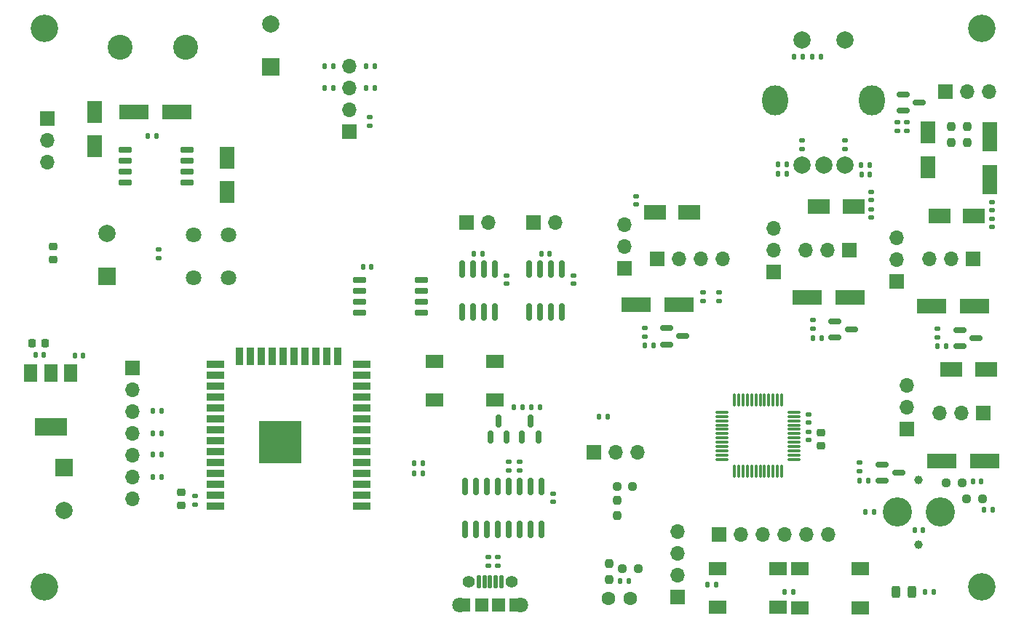
<source format=gbs>
G04 #@! TF.GenerationSoftware,KiCad,Pcbnew,6.0.7-f9a2dced07~116~ubuntu20.04.1*
G04 #@! TF.CreationDate,2022-10-13T22:07:35-06:00*
G04 #@! TF.ProjectId,kelvin-kontroller,6b656c76-696e-42d6-9b6f-6e74726f6c6c,rev?*
G04 #@! TF.SameCoordinates,Original*
G04 #@! TF.FileFunction,Soldermask,Bot*
G04 #@! TF.FilePolarity,Negative*
%FSLAX46Y46*%
G04 Gerber Fmt 4.6, Leading zero omitted, Abs format (unit mm)*
G04 Created by KiCad (PCBNEW 6.0.7-f9a2dced07~116~ubuntu20.04.1) date 2022-10-13 22:07:35*
%MOMM*%
%LPD*%
G01*
G04 APERTURE LIST*
G04 Aperture macros list*
%AMRoundRect*
0 Rectangle with rounded corners*
0 $1 Rounding radius*
0 $2 $3 $4 $5 $6 $7 $8 $9 X,Y pos of 4 corners*
0 Add a 4 corners polygon primitive as box body*
4,1,4,$2,$3,$4,$5,$6,$7,$8,$9,$2,$3,0*
0 Add four circle primitives for the rounded corners*
1,1,$1+$1,$2,$3*
1,1,$1+$1,$4,$5*
1,1,$1+$1,$6,$7*
1,1,$1+$1,$8,$9*
0 Add four rect primitives between the rounded corners*
20,1,$1+$1,$2,$3,$4,$5,0*
20,1,$1+$1,$4,$5,$6,$7,0*
20,1,$1+$1,$6,$7,$8,$9,0*
20,1,$1+$1,$8,$9,$2,$3,0*%
G04 Aperture macros list end*
%ADD10C,3.200000*%
%ADD11C,1.000000*%
%ADD12C,3.400000*%
%ADD13R,1.700000X1.700000*%
%ADD14O,1.700000X1.700000*%
%ADD15C,2.000000*%
%ADD16O,3.000000X3.500000*%
%ADD17RoundRect,0.150000X-0.150000X0.825000X-0.150000X-0.825000X0.150000X-0.825000X0.150000X0.825000X0*%
%ADD18RoundRect,0.135000X0.135000X0.185000X-0.135000X0.185000X-0.135000X-0.185000X0.135000X-0.185000X0*%
%ADD19RoundRect,0.135000X-0.135000X-0.185000X0.135000X-0.185000X0.135000X0.185000X-0.135000X0.185000X0*%
%ADD20RoundRect,0.135000X-0.185000X0.135000X-0.185000X-0.135000X0.185000X-0.135000X0.185000X0.135000X0*%
%ADD21RoundRect,0.135000X0.185000X-0.135000X0.185000X0.135000X-0.185000X0.135000X-0.185000X-0.135000X0*%
%ADD22R,2.000000X2.000000*%
%ADD23RoundRect,0.140000X-0.170000X0.140000X-0.170000X-0.140000X0.170000X-0.140000X0.170000X0.140000X0*%
%ADD24RoundRect,0.243750X0.243750X0.456250X-0.243750X0.456250X-0.243750X-0.456250X0.243750X-0.456250X0*%
%ADD25RoundRect,0.150000X0.150000X-0.825000X0.150000X0.825000X-0.150000X0.825000X-0.150000X-0.825000X0*%
%ADD26RoundRect,0.140000X-0.140000X-0.170000X0.140000X-0.170000X0.140000X0.170000X-0.140000X0.170000X0*%
%ADD27RoundRect,0.140000X0.170000X-0.140000X0.170000X0.140000X-0.170000X0.140000X-0.170000X-0.140000X0*%
%ADD28RoundRect,0.237500X0.250000X0.237500X-0.250000X0.237500X-0.250000X-0.237500X0.250000X-0.237500X0*%
%ADD29RoundRect,0.237500X-0.237500X0.250000X-0.237500X-0.250000X0.237500X-0.250000X0.237500X0.250000X0*%
%ADD30RoundRect,0.140000X0.140000X0.170000X-0.140000X0.170000X-0.140000X-0.170000X0.140000X-0.170000X0*%
%ADD31R,2.000000X1.500000*%
%ADD32RoundRect,0.225000X-0.250000X0.225000X-0.250000X-0.225000X0.250000X-0.225000X0.250000X0.225000X0*%
%ADD33R,3.500000X1.800000*%
%ADD34R,1.800000X2.500000*%
%ADD35RoundRect,0.237500X-0.250000X-0.237500X0.250000X-0.237500X0.250000X0.237500X-0.250000X0.237500X0*%
%ADD36RoundRect,0.150000X0.150000X-0.587500X0.150000X0.587500X-0.150000X0.587500X-0.150000X-0.587500X0*%
%ADD37R,2.500000X1.800000*%
%ADD38RoundRect,0.075000X0.662500X0.075000X-0.662500X0.075000X-0.662500X-0.075000X0.662500X-0.075000X0*%
%ADD39RoundRect,0.075000X0.075000X0.662500X-0.075000X0.662500X-0.075000X-0.662500X0.075000X-0.662500X0*%
%ADD40RoundRect,0.150000X-0.587500X-0.150000X0.587500X-0.150000X0.587500X0.150000X-0.587500X0.150000X0*%
%ADD41RoundRect,0.150000X0.650000X0.150000X-0.650000X0.150000X-0.650000X-0.150000X0.650000X-0.150000X0*%
%ADD42RoundRect,0.050000X-0.200000X-0.675000X0.200000X-0.675000X0.200000X0.675000X-0.200000X0.675000X0*%
%ADD43C,1.408000*%
%ADD44C,1.800000*%
%ADD45R,1.500000X1.550000*%
%ADD46R,2.000000X0.900000*%
%ADD47R,0.900000X2.000000*%
%ADD48R,5.000000X5.000000*%
%ADD49R,1.500000X2.000000*%
%ADD50R,3.800000X2.000000*%
%ADD51RoundRect,0.225000X0.250000X-0.225000X0.250000X0.225000X-0.250000X0.225000X-0.250000X-0.225000X0*%
%ADD52C,1.803400*%
%ADD53RoundRect,0.237500X0.237500X-0.250000X0.237500X0.250000X-0.237500X0.250000X-0.237500X-0.250000X0*%
%ADD54R,1.800000X3.500000*%
%ADD55C,1.600000*%
%ADD56C,2.900000*%
%ADD57RoundRect,0.225000X0.225000X0.250000X-0.225000X0.250000X-0.225000X-0.250000X0.225000X-0.250000X0*%
G04 APERTURE END LIST*
D10*
G04 #@! TO.C,H2*
X212500000Y-103500000D03*
G04 #@! TD*
G04 #@! TO.C,H4*
X103500000Y-168500000D03*
G04 #@! TD*
G04 #@! TO.C,H1*
X103500000Y-103500000D03*
G04 #@! TD*
D11*
G04 #@! TO.C,BZ1*
X205200000Y-156050000D03*
X205200000Y-163550000D03*
D12*
X202700000Y-159800000D03*
X207700000Y-159800000D03*
G04 #@! TD*
D10*
G04 #@! TO.C,H3*
X212500000Y-168500000D03*
G04 #@! TD*
D13*
G04 #@! TO.C,J13*
X138920000Y-115500000D03*
D14*
X138920000Y-112960000D03*
X138920000Y-110420000D03*
X138920000Y-107880000D03*
G04 #@! TD*
D15*
G04 #@! TO.C,SW3*
X191620000Y-119350000D03*
X196620000Y-119350000D03*
X194120000Y-119350000D03*
X191620000Y-104850000D03*
X196620000Y-104850000D03*
D16*
X188520000Y-111850000D03*
X199720000Y-111850000D03*
G04 #@! TD*
D17*
G04 #@! TO.C,U3*
X159852142Y-131525000D03*
X161122142Y-131525000D03*
X162392142Y-131525000D03*
X163662142Y-131525000D03*
X163662142Y-136475000D03*
X162392142Y-136475000D03*
X161122142Y-136475000D03*
X159852142Y-136475000D03*
G04 #@! TD*
D13*
G04 #@! TO.C,J8*
X211500000Y-130300000D03*
D14*
X208960000Y-130300000D03*
X206420000Y-130300000D03*
G04 #@! TD*
D18*
G04 #@! TO.C,R38*
X117110000Y-155700000D03*
X116090000Y-155700000D03*
G04 #@! TD*
D19*
G04 #@! TO.C,R15*
X192890000Y-139500000D03*
X193910000Y-139500000D03*
G04 #@! TD*
D13*
G04 #@! TO.C,J6*
X167375000Y-152790000D03*
D14*
X169915000Y-152790000D03*
X172455000Y-152790000D03*
G04 #@! TD*
D19*
G04 #@! TO.C,R30*
X160100000Y-147610000D03*
X161120000Y-147610000D03*
G04 #@! TD*
D20*
G04 #@! TO.C,R10*
X173345636Y-138380000D03*
X173345636Y-139400000D03*
G04 #@! TD*
D21*
G04 #@! TO.C,R33*
X191620000Y-117510000D03*
X191620000Y-116490000D03*
G04 #@! TD*
D19*
G04 #@! TO.C,R24*
X136090000Y-110400000D03*
X137110000Y-110400000D03*
G04 #@! TD*
D22*
G04 #@! TO.C,C21*
X110800000Y-132300000D03*
D15*
X110800000Y-127300000D03*
G04 #@! TD*
D23*
G04 #@! TO.C,C36*
X213700000Y-125620000D03*
X213700000Y-126580000D03*
G04 #@! TD*
D24*
G04 #@! TO.C,D1*
X204437500Y-169100000D03*
X202562500Y-169100000D03*
G04 #@! TD*
D13*
G04 #@! TO.C,J16*
X212725000Y-148210000D03*
D14*
X210185000Y-148210000D03*
X207645000Y-148210000D03*
G04 #@! TD*
D25*
G04 #@! TO.C,U8*
X161345000Y-161785000D03*
X160075000Y-161785000D03*
X158805000Y-161785000D03*
X157535000Y-161785000D03*
X156265000Y-161785000D03*
X154995000Y-161785000D03*
X153725000Y-161785000D03*
X152455000Y-161785000D03*
X152455000Y-156835000D03*
X153725000Y-156835000D03*
X154995000Y-156835000D03*
X156265000Y-156835000D03*
X157535000Y-156835000D03*
X158805000Y-156835000D03*
X160075000Y-156835000D03*
X161345000Y-156835000D03*
G04 #@! TD*
D21*
G04 #@! TO.C,R22*
X156200000Y-166020000D03*
X156200000Y-165000000D03*
G04 #@! TD*
D26*
G04 #@! TO.C,C14*
X107020000Y-141600000D03*
X107980000Y-141600000D03*
G04 #@! TD*
D27*
G04 #@! TO.C,C3*
X192400000Y-149380000D03*
X192400000Y-148420000D03*
G04 #@! TD*
D28*
G04 #@! TO.C,R6*
X171912500Y-156800000D03*
X170087500Y-156800000D03*
G04 #@! TD*
D18*
G04 #@! TO.C,R39*
X117110000Y-148000000D03*
X116090000Y-148000000D03*
G04 #@! TD*
D29*
G04 #@! TO.C,R7*
X169150000Y-165787500D03*
X169150000Y-167612500D03*
G04 #@! TD*
D27*
G04 #@! TO.C,C22*
X116800000Y-130180000D03*
X116800000Y-129220000D03*
G04 #@! TD*
D30*
G04 #@! TO.C,C8*
X162237142Y-129700000D03*
X161277142Y-129700000D03*
G04 #@! TD*
D18*
G04 #@! TO.C,R2*
X181610000Y-168200000D03*
X180590000Y-168200000D03*
G04 #@! TD*
D13*
G04 #@! TO.C,JP2*
X170954364Y-131425000D03*
D14*
X170954364Y-128885000D03*
X170954364Y-126345000D03*
G04 #@! TD*
D18*
G04 #@! TO.C,R36*
X117110000Y-150600000D03*
X116090000Y-150600000D03*
G04 #@! TD*
D26*
G04 #@! TO.C,C28*
X188860000Y-120400000D03*
X189820000Y-120400000D03*
G04 #@! TD*
G04 #@! TO.C,C27*
X192840000Y-106800000D03*
X193800000Y-106800000D03*
G04 #@! TD*
D19*
G04 #@! TO.C,R34*
X190710000Y-106800000D03*
X191730000Y-106800000D03*
G04 #@! TD*
D31*
G04 #@! TO.C,SW2*
X148900000Y-142260000D03*
X155900000Y-142260000D03*
X155900000Y-146760000D03*
X148900000Y-146760000D03*
G04 #@! TD*
D21*
G04 #@! TO.C,R18*
X180100000Y-135210000D03*
X180100000Y-134190000D03*
G04 #@! TD*
D26*
G04 #@! TO.C,C37*
X212820000Y-159500000D03*
X213780000Y-159500000D03*
G04 #@! TD*
D22*
G04 #@! TO.C,C15*
X129800000Y-107967677D03*
D15*
X129800000Y-102967677D03*
G04 #@! TD*
D23*
G04 #@! TO.C,C33*
X213700000Y-123700000D03*
X213700000Y-124660000D03*
G04 #@! TD*
D32*
G04 #@! TO.C,C16*
X119400000Y-157460000D03*
X119400000Y-159010000D03*
G04 #@! TD*
D22*
G04 #@! TO.C,C20*
X105800000Y-154632323D03*
D15*
X105800000Y-159632323D03*
G04 #@! TD*
D29*
G04 #@! TO.C,R8*
X170100000Y-158387500D03*
X170100000Y-160212500D03*
G04 #@! TD*
D33*
G04 #@! TO.C,D9*
X212900000Y-153800000D03*
X207900000Y-153800000D03*
G04 #@! TD*
D34*
G04 #@! TO.C,D8*
X206300000Y-119600000D03*
X206300000Y-115600000D03*
G04 #@! TD*
D33*
G04 #@! TO.C,D3*
X197200000Y-134800000D03*
X192200000Y-134800000D03*
G04 #@! TD*
D23*
G04 #@! TO.C,C31*
X199700000Y-122520000D03*
X199700000Y-123480000D03*
G04 #@! TD*
D33*
G04 #@! TO.C,D2*
X177300000Y-135600000D03*
X172300000Y-135600000D03*
G04 #@! TD*
D26*
G04 #@! TO.C,C10*
X170470000Y-167800000D03*
X171430000Y-167800000D03*
G04 #@! TD*
G04 #@! TO.C,C11*
X140520000Y-131200000D03*
X141480000Y-131200000D03*
G04 #@! TD*
D35*
G04 #@! TO.C,R43*
X208387500Y-156400000D03*
X210212500Y-156400000D03*
G04 #@! TD*
D36*
G04 #@! TO.C,Q5*
X160950000Y-151047500D03*
X159050000Y-151047500D03*
X160000000Y-149172500D03*
G04 #@! TD*
D37*
G04 #@! TO.C,D13*
X209000000Y-143200000D03*
X213000000Y-143200000D03*
G04 #@! TD*
D13*
G04 #@! TO.C,J2*
X177100000Y-169700000D03*
D14*
X177100000Y-167160000D03*
X177100000Y-164620000D03*
X177100000Y-162080000D03*
G04 #@! TD*
D38*
G04 #@! TO.C,U1*
X190662500Y-148150000D03*
X190662500Y-148650000D03*
X190662500Y-149150000D03*
X190662500Y-149650000D03*
X190662500Y-150150000D03*
X190662500Y-150650000D03*
X190662500Y-151150000D03*
X190662500Y-151650000D03*
X190662500Y-152150000D03*
X190662500Y-152650000D03*
X190662500Y-153150000D03*
X190662500Y-153650000D03*
D39*
X189250000Y-155062500D03*
X188750000Y-155062500D03*
X188250000Y-155062500D03*
X187750000Y-155062500D03*
X187250000Y-155062500D03*
X186750000Y-155062500D03*
X186250000Y-155062500D03*
X185750000Y-155062500D03*
X185250000Y-155062500D03*
X184750000Y-155062500D03*
X184250000Y-155062500D03*
X183750000Y-155062500D03*
D38*
X182337500Y-153650000D03*
X182337500Y-153150000D03*
X182337500Y-152650000D03*
X182337500Y-152150000D03*
X182337500Y-151650000D03*
X182337500Y-151150000D03*
X182337500Y-150650000D03*
X182337500Y-150150000D03*
X182337500Y-149650000D03*
X182337500Y-149150000D03*
X182337500Y-148650000D03*
X182337500Y-148150000D03*
D39*
X183750000Y-146737500D03*
X184250000Y-146737500D03*
X184750000Y-146737500D03*
X185250000Y-146737500D03*
X185750000Y-146737500D03*
X186250000Y-146737500D03*
X186750000Y-146737500D03*
X187250000Y-146737500D03*
X187750000Y-146737500D03*
X188250000Y-146737500D03*
X188750000Y-146737500D03*
X189250000Y-146737500D03*
G04 #@! TD*
D13*
G04 #@! TO.C,JP1*
X188300000Y-131800000D03*
D14*
X188300000Y-129260000D03*
X188300000Y-126720000D03*
G04 #@! TD*
D13*
G04 #@! TO.C,J5*
X103810000Y-113975000D03*
D14*
X103810000Y-116515000D03*
X103810000Y-119055000D03*
G04 #@! TD*
D26*
G04 #@! TO.C,C35*
X211520000Y-156200000D03*
X212480000Y-156200000D03*
G04 #@! TD*
D30*
G04 #@! TO.C,C18*
X103380000Y-141500000D03*
X102420000Y-141500000D03*
G04 #@! TD*
D40*
G04 #@! TO.C,Q3*
X203362500Y-113050000D03*
X203362500Y-111150000D03*
X205237500Y-112100000D03*
G04 #@! TD*
D23*
G04 #@! TO.C,C12*
X165057142Y-132220000D03*
X165057142Y-133180000D03*
G04 #@! TD*
D31*
G04 #@! TO.C,SW4*
X181800000Y-166350000D03*
X188800000Y-166350000D03*
X188800000Y-170850000D03*
X181800000Y-170850000D03*
G04 #@! TD*
D33*
G04 #@! TO.C,D10*
X113900000Y-113200000D03*
X118900000Y-113200000D03*
G04 #@! TD*
D13*
G04 #@! TO.C,J3*
X160387142Y-126100000D03*
D14*
X162927142Y-126100000D03*
G04 #@! TD*
D13*
G04 #@! TO.C,J11*
X174805000Y-130290000D03*
D14*
X177345000Y-130290000D03*
X179885000Y-130290000D03*
X182425000Y-130290000D03*
G04 #@! TD*
D32*
G04 #@! TO.C,C4*
X193800000Y-150525000D03*
X193800000Y-152075000D03*
G04 #@! TD*
D37*
G04 #@! TO.C,D12*
X207600000Y-125300000D03*
X211600000Y-125300000D03*
G04 #@! TD*
D29*
G04 #@! TO.C,R40*
X209000000Y-114887500D03*
X209000000Y-116712500D03*
G04 #@! TD*
D35*
G04 #@! TO.C,R9*
X170737500Y-166400000D03*
X172562500Y-166400000D03*
G04 #@! TD*
D21*
G04 #@! TO.C,R29*
X158800000Y-154920000D03*
X158800000Y-153900000D03*
G04 #@! TD*
D41*
G04 #@! TO.C,U7*
X120100000Y-117595000D03*
X120100000Y-118865000D03*
X120100000Y-120135000D03*
X120100000Y-121405000D03*
X112900000Y-121405000D03*
X112900000Y-120135000D03*
X112900000Y-118865000D03*
X112900000Y-117595000D03*
G04 #@! TD*
D30*
G04 #@! TO.C,C7*
X168980000Y-148700000D03*
X168020000Y-148700000D03*
G04 #@! TD*
D42*
G04 #@! TO.C,J12*
X156625000Y-167885000D03*
X155975000Y-167885000D03*
X155325000Y-167885000D03*
X154675000Y-167885000D03*
X154025000Y-167885000D03*
D43*
X157825000Y-167860000D03*
X152825000Y-167860000D03*
D44*
X158825000Y-170560000D03*
X151825000Y-170560000D03*
D45*
X156325000Y-170560000D03*
X154325000Y-170560000D03*
X158375000Y-170560000D03*
X152275000Y-170560000D03*
G04 #@! TD*
D13*
G04 #@! TO.C,J9*
X208275000Y-110790000D03*
D14*
X210815000Y-110790000D03*
X213355000Y-110790000D03*
G04 #@! TD*
D23*
G04 #@! TO.C,C32*
X199700000Y-124520000D03*
X199700000Y-125480000D03*
G04 #@! TD*
D46*
G04 #@! TO.C,U6*
X123383447Y-159115000D03*
X123383447Y-157845000D03*
X123383447Y-156575000D03*
X123383447Y-155305000D03*
X123383447Y-154035000D03*
X123383447Y-152765000D03*
X123383447Y-151495000D03*
X123383447Y-150225000D03*
X123383447Y-148955000D03*
X123383447Y-147685000D03*
X123383447Y-146415000D03*
X123383447Y-145145000D03*
X123383447Y-143875000D03*
X123383447Y-142605000D03*
D47*
X126168447Y-141605000D03*
X127438447Y-141605000D03*
X128708447Y-141605000D03*
X129978447Y-141605000D03*
X131248447Y-141605000D03*
X132518447Y-141605000D03*
X133788447Y-141605000D03*
X135058447Y-141605000D03*
X136328447Y-141605000D03*
X137598447Y-141605000D03*
D46*
X140383447Y-142605000D03*
X140383447Y-143875000D03*
X140383447Y-145145000D03*
X140383447Y-146415000D03*
X140383447Y-147685000D03*
X140383447Y-148955000D03*
X140383447Y-150225000D03*
X140383447Y-151495000D03*
X140383447Y-152765000D03*
X140383447Y-154035000D03*
X140383447Y-155305000D03*
X140383447Y-156575000D03*
X140383447Y-157845000D03*
X140383447Y-159115000D03*
D48*
X130883447Y-151615000D03*
G04 #@! TD*
D30*
G04 #@! TO.C,C25*
X159080000Y-147610000D03*
X158120000Y-147610000D03*
G04 #@! TD*
D36*
G04 #@! TO.C,Q6*
X157250000Y-151047500D03*
X155350000Y-151047500D03*
X156300000Y-149172500D03*
G04 #@! TD*
D13*
G04 #@! TO.C,J7*
X197100000Y-129300000D03*
D14*
X194560000Y-129300000D03*
X192020000Y-129300000D03*
G04 #@! TD*
D23*
G04 #@! TO.C,C23*
X141300000Y-113820000D03*
X141300000Y-114780000D03*
G04 #@! TD*
D30*
G04 #@! TO.C,C17*
X116480000Y-116000000D03*
X115520000Y-116000000D03*
G04 #@! TD*
D17*
G04 #@! TO.C,U4*
X152052142Y-131525000D03*
X153322142Y-131525000D03*
X154592142Y-131525000D03*
X155862142Y-131525000D03*
X155862142Y-136475000D03*
X154592142Y-136475000D03*
X153322142Y-136475000D03*
X152052142Y-136475000D03*
G04 #@! TD*
D13*
G04 #@! TO.C,J15*
X113700000Y-142975000D03*
D14*
X113700000Y-145515000D03*
X113700000Y-148055000D03*
X113700000Y-150595000D03*
X113700000Y-153135000D03*
X113700000Y-155675000D03*
X113700000Y-158215000D03*
G04 #@! TD*
D19*
G04 #@! TO.C,R45*
X198300000Y-156100000D03*
X199320000Y-156100000D03*
G04 #@! TD*
D23*
G04 #@! TO.C,C2*
X192400000Y-150440000D03*
X192400000Y-151400000D03*
G04 #@! TD*
D19*
G04 #@! TO.C,R21*
X146477244Y-154110000D03*
X147497244Y-154110000D03*
G04 #@! TD*
D49*
G04 #@! TO.C,U5*
X101900000Y-143550000D03*
D50*
X104200000Y-149850000D03*
D49*
X104200000Y-143550000D03*
X106500000Y-143550000D03*
G04 #@! TD*
D19*
G04 #@! TO.C,R44*
X207390000Y-140500000D03*
X208410000Y-140500000D03*
G04 #@! TD*
D21*
G04 #@! TO.C,R28*
X157500000Y-154920000D03*
X157500000Y-153900000D03*
G04 #@! TD*
D40*
G04 #@! TO.C,Q7*
X200962500Y-156150000D03*
X200962500Y-154250000D03*
X202837500Y-155200000D03*
G04 #@! TD*
D18*
G04 #@! TO.C,R1*
X206910000Y-169100000D03*
X205890000Y-169100000D03*
G04 #@! TD*
D31*
G04 #@! TO.C,SW1*
X191400000Y-166400000D03*
X198400000Y-166400000D03*
X191400000Y-170900000D03*
X198400000Y-170900000D03*
G04 #@! TD*
D40*
G04 #@! TO.C,Q1*
X175862500Y-140250000D03*
X175862500Y-138350000D03*
X177737500Y-139300000D03*
G04 #@! TD*
D13*
G04 #@! TO.C,J4*
X152587142Y-126100000D03*
D14*
X155127142Y-126100000D03*
G04 #@! TD*
D20*
G04 #@! TO.C,R32*
X196620000Y-116490000D03*
X196620000Y-117510000D03*
G04 #@! TD*
D19*
G04 #@! TO.C,R26*
X136090000Y-107900000D03*
X137110000Y-107900000D03*
G04 #@! TD*
D34*
G04 #@! TO.C,D14*
X109300000Y-117200000D03*
X109300000Y-113200000D03*
G04 #@! TD*
D51*
G04 #@! TO.C,C30*
X104500000Y-130375000D03*
X104500000Y-128825000D03*
G04 #@! TD*
D37*
G04 #@! TO.C,D6*
X174500000Y-124900000D03*
X178500000Y-124900000D03*
G04 #@! TD*
D19*
G04 #@! TO.C,R31*
X198510000Y-119400000D03*
X199530000Y-119400000D03*
G04 #@! TD*
D13*
G04 #@! TO.C,JP4*
X203800000Y-150125000D03*
D14*
X203800000Y-147585000D03*
X203800000Y-145045000D03*
G04 #@! TD*
D52*
G04 #@! TO.C,L1*
X124862500Y-127529500D03*
X124862500Y-132533300D03*
X120874700Y-132533300D03*
X120874700Y-127529500D03*
G04 #@! TD*
D41*
G04 #@! TO.C,U9*
X147300000Y-132795000D03*
X147300000Y-134065000D03*
X147300000Y-135335000D03*
X147300000Y-136605000D03*
X140100000Y-136605000D03*
X140100000Y-135335000D03*
X140100000Y-134065000D03*
X140100000Y-132795000D03*
G04 #@! TD*
D18*
G04 #@! TO.C,R25*
X141910000Y-110400000D03*
X140890000Y-110400000D03*
G04 #@! TD*
D21*
G04 #@! TO.C,R23*
X155100000Y-166020000D03*
X155100000Y-165000000D03*
G04 #@! TD*
G04 #@! TO.C,R19*
X182000000Y-135210000D03*
X182000000Y-134190000D03*
G04 #@! TD*
D20*
G04 #@! TO.C,R12*
X202700000Y-114390000D03*
X202700000Y-115410000D03*
G04 #@! TD*
D19*
G04 #@! TO.C,R14*
X173335636Y-140400000D03*
X174355636Y-140400000D03*
G04 #@! TD*
D20*
G04 #@! TO.C,R11*
X192900000Y-137390000D03*
X192900000Y-138410000D03*
G04 #@! TD*
D34*
G04 #@! TO.C,D11*
X124700000Y-118500000D03*
X124700000Y-122500000D03*
G04 #@! TD*
D53*
G04 #@! TO.C,R42*
X210800000Y-116712500D03*
X210800000Y-114887500D03*
G04 #@! TD*
D18*
G04 #@! TO.C,R37*
X117110000Y-153100000D03*
X116090000Y-153100000D03*
G04 #@! TD*
D40*
G04 #@! TO.C,Q2*
X195462500Y-139450000D03*
X195462500Y-137550000D03*
X197337500Y-138500000D03*
G04 #@! TD*
D27*
G04 #@! TO.C,C34*
X172300000Y-123980000D03*
X172300000Y-123020000D03*
G04 #@! TD*
D54*
G04 #@! TO.C,D4*
X213500000Y-116100000D03*
X213500000Y-121100000D03*
G04 #@! TD*
D37*
G04 #@! TO.C,D7*
X193600000Y-124200000D03*
X197600000Y-124200000D03*
G04 #@! TD*
D26*
G04 #@! TO.C,C6*
X204720000Y-161900000D03*
X205680000Y-161900000D03*
G04 #@! TD*
D33*
G04 #@! TO.C,D5*
X211700000Y-135800000D03*
X206700000Y-135800000D03*
G04 #@! TD*
D19*
G04 #@! TO.C,R35*
X188810000Y-119300000D03*
X189830000Y-119300000D03*
G04 #@! TD*
D20*
G04 #@! TO.C,R17*
X198300000Y-153990000D03*
X198300000Y-155010000D03*
G04 #@! TD*
D18*
G04 #@! TO.C,R27*
X141910000Y-107900000D03*
X140890000Y-107900000D03*
G04 #@! TD*
D30*
G04 #@! TO.C,C9*
X154417142Y-129700000D03*
X153457142Y-129700000D03*
G04 #@! TD*
D20*
G04 #@! TO.C,R13*
X207400000Y-138390000D03*
X207400000Y-139410000D03*
G04 #@! TD*
D55*
G04 #@! TO.C,TH1*
X169100000Y-169800000D03*
X171600000Y-169800000D03*
G04 #@! TD*
D23*
G04 #@! TO.C,C19*
X121000000Y-157930000D03*
X121000000Y-158890000D03*
G04 #@! TD*
D56*
G04 #@! TO.C,J14*
X112290000Y-105700000D03*
X119910000Y-105700000D03*
G04 #@! TD*
D13*
G04 #@! TO.C,JP3*
X202600000Y-132900000D03*
D14*
X202600000Y-130360000D03*
X202600000Y-127820000D03*
G04 #@! TD*
D13*
G04 #@! TO.C,J10*
X181950000Y-162400000D03*
D14*
X184490000Y-162400000D03*
X187030000Y-162400000D03*
X189570000Y-162400000D03*
X192110000Y-162400000D03*
X194650000Y-162400000D03*
G04 #@! TD*
D18*
G04 #@! TO.C,R3*
X190610000Y-169100000D03*
X189590000Y-169100000D03*
G04 #@! TD*
D21*
G04 #@! TO.C,R16*
X203800000Y-115400000D03*
X203800000Y-114380000D03*
G04 #@! TD*
D19*
G04 #@! TO.C,R20*
X146477244Y-155310000D03*
X147497244Y-155310000D03*
G04 #@! TD*
D28*
G04 #@! TO.C,R41*
X212612500Y-158200000D03*
X210787500Y-158200000D03*
G04 #@! TD*
D23*
G04 #@! TO.C,C24*
X162700000Y-157630000D03*
X162700000Y-158590000D03*
G04 #@! TD*
D19*
G04 #@! TO.C,R5*
X198990000Y-159800000D03*
X200010000Y-159800000D03*
G04 #@! TD*
D30*
G04 #@! TO.C,C26*
X199480000Y-120500000D03*
X198520000Y-120500000D03*
G04 #@! TD*
D57*
G04 #@! TO.C,C29*
X103575000Y-140100000D03*
X102025000Y-140100000D03*
G04 #@! TD*
D40*
G04 #@! TO.C,Q4*
X210000000Y-140500000D03*
X210000000Y-138600000D03*
X211875000Y-139550000D03*
G04 #@! TD*
D23*
G04 #@! TO.C,C13*
X157257142Y-132220000D03*
X157257142Y-133180000D03*
G04 #@! TD*
M02*

</source>
